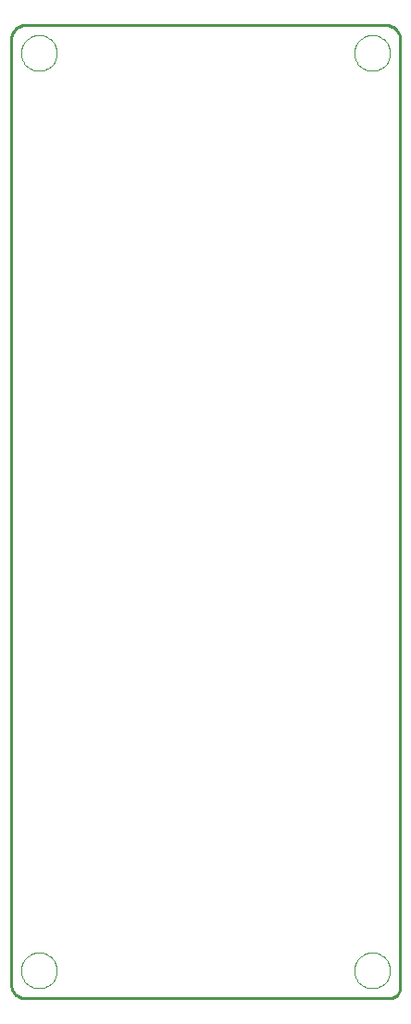
<source format=gko>
G75*
G70*
%OFA0B0*%
%FSLAX24Y24*%
%IPPOS*%
%LPD*%
%AMOC8*
5,1,8,0,0,1.08239X$1,22.5*
%
%ADD10C,0.0100*%
%ADD11C,0.0000*%
D10*
X000150Y000650D02*
X000150Y034650D01*
X000152Y034694D01*
X000158Y034737D01*
X000167Y034779D01*
X000180Y034821D01*
X000197Y034861D01*
X000217Y034900D01*
X000240Y034937D01*
X000267Y034971D01*
X000296Y035004D01*
X000329Y035033D01*
X000363Y035060D01*
X000400Y035083D01*
X000439Y035103D01*
X000479Y035120D01*
X000521Y035133D01*
X000563Y035142D01*
X000606Y035148D01*
X000650Y035150D01*
X013650Y035150D01*
X013694Y035148D01*
X013737Y035142D01*
X013779Y035133D01*
X013821Y035120D01*
X013861Y035103D01*
X013900Y035083D01*
X013937Y035060D01*
X013971Y035033D01*
X014004Y035004D01*
X014033Y034971D01*
X014060Y034937D01*
X014083Y034900D01*
X014103Y034861D01*
X014120Y034821D01*
X014133Y034779D01*
X014142Y034737D01*
X014148Y034694D01*
X014150Y034650D01*
X014150Y000525D01*
X014148Y000488D01*
X014143Y000452D01*
X014134Y000416D01*
X014121Y000381D01*
X014106Y000348D01*
X014087Y000317D01*
X014065Y000287D01*
X014040Y000260D01*
X014013Y000235D01*
X013983Y000213D01*
X013952Y000194D01*
X013919Y000179D01*
X013884Y000166D01*
X013848Y000157D01*
X013812Y000152D01*
X013775Y000150D01*
X000650Y000150D01*
X000606Y000152D01*
X000563Y000158D01*
X000521Y000167D01*
X000479Y000180D01*
X000439Y000197D01*
X000400Y000217D01*
X000363Y000240D01*
X000329Y000267D01*
X000296Y000296D01*
X000267Y000329D01*
X000240Y000363D01*
X000217Y000400D01*
X000197Y000439D01*
X000180Y000479D01*
X000167Y000521D01*
X000158Y000563D01*
X000152Y000606D01*
X000150Y000650D01*
D11*
X000507Y001150D02*
X000509Y001200D01*
X000515Y001251D01*
X000525Y001300D01*
X000538Y001349D01*
X000556Y001396D01*
X000577Y001442D01*
X000602Y001486D01*
X000630Y001528D01*
X000661Y001568D01*
X000695Y001605D01*
X000732Y001639D01*
X000772Y001670D01*
X000814Y001698D01*
X000858Y001723D01*
X000904Y001744D01*
X000951Y001762D01*
X001000Y001775D01*
X001049Y001785D01*
X001100Y001791D01*
X001150Y001793D01*
X001200Y001791D01*
X001251Y001785D01*
X001300Y001775D01*
X001349Y001762D01*
X001396Y001744D01*
X001442Y001723D01*
X001486Y001698D01*
X001528Y001670D01*
X001568Y001639D01*
X001605Y001605D01*
X001639Y001568D01*
X001670Y001528D01*
X001698Y001486D01*
X001723Y001442D01*
X001744Y001396D01*
X001762Y001349D01*
X001775Y001300D01*
X001785Y001251D01*
X001791Y001200D01*
X001793Y001150D01*
X001791Y001100D01*
X001785Y001049D01*
X001775Y001000D01*
X001762Y000951D01*
X001744Y000904D01*
X001723Y000858D01*
X001698Y000814D01*
X001670Y000772D01*
X001639Y000732D01*
X001605Y000695D01*
X001568Y000661D01*
X001528Y000630D01*
X001486Y000602D01*
X001442Y000577D01*
X001396Y000556D01*
X001349Y000538D01*
X001300Y000525D01*
X001251Y000515D01*
X001200Y000509D01*
X001150Y000507D01*
X001100Y000509D01*
X001049Y000515D01*
X001000Y000525D01*
X000951Y000538D01*
X000904Y000556D01*
X000858Y000577D01*
X000814Y000602D01*
X000772Y000630D01*
X000732Y000661D01*
X000695Y000695D01*
X000661Y000732D01*
X000630Y000772D01*
X000602Y000814D01*
X000577Y000858D01*
X000556Y000904D01*
X000538Y000951D01*
X000525Y001000D01*
X000515Y001049D01*
X000509Y001100D01*
X000507Y001150D01*
X012507Y001150D02*
X012509Y001200D01*
X012515Y001251D01*
X012525Y001300D01*
X012538Y001349D01*
X012556Y001396D01*
X012577Y001442D01*
X012602Y001486D01*
X012630Y001528D01*
X012661Y001568D01*
X012695Y001605D01*
X012732Y001639D01*
X012772Y001670D01*
X012814Y001698D01*
X012858Y001723D01*
X012904Y001744D01*
X012951Y001762D01*
X013000Y001775D01*
X013049Y001785D01*
X013100Y001791D01*
X013150Y001793D01*
X013200Y001791D01*
X013251Y001785D01*
X013300Y001775D01*
X013349Y001762D01*
X013396Y001744D01*
X013442Y001723D01*
X013486Y001698D01*
X013528Y001670D01*
X013568Y001639D01*
X013605Y001605D01*
X013639Y001568D01*
X013670Y001528D01*
X013698Y001486D01*
X013723Y001442D01*
X013744Y001396D01*
X013762Y001349D01*
X013775Y001300D01*
X013785Y001251D01*
X013791Y001200D01*
X013793Y001150D01*
X013791Y001100D01*
X013785Y001049D01*
X013775Y001000D01*
X013762Y000951D01*
X013744Y000904D01*
X013723Y000858D01*
X013698Y000814D01*
X013670Y000772D01*
X013639Y000732D01*
X013605Y000695D01*
X013568Y000661D01*
X013528Y000630D01*
X013486Y000602D01*
X013442Y000577D01*
X013396Y000556D01*
X013349Y000538D01*
X013300Y000525D01*
X013251Y000515D01*
X013200Y000509D01*
X013150Y000507D01*
X013100Y000509D01*
X013049Y000515D01*
X013000Y000525D01*
X012951Y000538D01*
X012904Y000556D01*
X012858Y000577D01*
X012814Y000602D01*
X012772Y000630D01*
X012732Y000661D01*
X012695Y000695D01*
X012661Y000732D01*
X012630Y000772D01*
X012602Y000814D01*
X012577Y000858D01*
X012556Y000904D01*
X012538Y000951D01*
X012525Y001000D01*
X012515Y001049D01*
X012509Y001100D01*
X012507Y001150D01*
X012507Y034150D02*
X012509Y034200D01*
X012515Y034251D01*
X012525Y034300D01*
X012538Y034349D01*
X012556Y034396D01*
X012577Y034442D01*
X012602Y034486D01*
X012630Y034528D01*
X012661Y034568D01*
X012695Y034605D01*
X012732Y034639D01*
X012772Y034670D01*
X012814Y034698D01*
X012858Y034723D01*
X012904Y034744D01*
X012951Y034762D01*
X013000Y034775D01*
X013049Y034785D01*
X013100Y034791D01*
X013150Y034793D01*
X013200Y034791D01*
X013251Y034785D01*
X013300Y034775D01*
X013349Y034762D01*
X013396Y034744D01*
X013442Y034723D01*
X013486Y034698D01*
X013528Y034670D01*
X013568Y034639D01*
X013605Y034605D01*
X013639Y034568D01*
X013670Y034528D01*
X013698Y034486D01*
X013723Y034442D01*
X013744Y034396D01*
X013762Y034349D01*
X013775Y034300D01*
X013785Y034251D01*
X013791Y034200D01*
X013793Y034150D01*
X013791Y034100D01*
X013785Y034049D01*
X013775Y034000D01*
X013762Y033951D01*
X013744Y033904D01*
X013723Y033858D01*
X013698Y033814D01*
X013670Y033772D01*
X013639Y033732D01*
X013605Y033695D01*
X013568Y033661D01*
X013528Y033630D01*
X013486Y033602D01*
X013442Y033577D01*
X013396Y033556D01*
X013349Y033538D01*
X013300Y033525D01*
X013251Y033515D01*
X013200Y033509D01*
X013150Y033507D01*
X013100Y033509D01*
X013049Y033515D01*
X013000Y033525D01*
X012951Y033538D01*
X012904Y033556D01*
X012858Y033577D01*
X012814Y033602D01*
X012772Y033630D01*
X012732Y033661D01*
X012695Y033695D01*
X012661Y033732D01*
X012630Y033772D01*
X012602Y033814D01*
X012577Y033858D01*
X012556Y033904D01*
X012538Y033951D01*
X012525Y034000D01*
X012515Y034049D01*
X012509Y034100D01*
X012507Y034150D01*
X000507Y034150D02*
X000509Y034200D01*
X000515Y034251D01*
X000525Y034300D01*
X000538Y034349D01*
X000556Y034396D01*
X000577Y034442D01*
X000602Y034486D01*
X000630Y034528D01*
X000661Y034568D01*
X000695Y034605D01*
X000732Y034639D01*
X000772Y034670D01*
X000814Y034698D01*
X000858Y034723D01*
X000904Y034744D01*
X000951Y034762D01*
X001000Y034775D01*
X001049Y034785D01*
X001100Y034791D01*
X001150Y034793D01*
X001200Y034791D01*
X001251Y034785D01*
X001300Y034775D01*
X001349Y034762D01*
X001396Y034744D01*
X001442Y034723D01*
X001486Y034698D01*
X001528Y034670D01*
X001568Y034639D01*
X001605Y034605D01*
X001639Y034568D01*
X001670Y034528D01*
X001698Y034486D01*
X001723Y034442D01*
X001744Y034396D01*
X001762Y034349D01*
X001775Y034300D01*
X001785Y034251D01*
X001791Y034200D01*
X001793Y034150D01*
X001791Y034100D01*
X001785Y034049D01*
X001775Y034000D01*
X001762Y033951D01*
X001744Y033904D01*
X001723Y033858D01*
X001698Y033814D01*
X001670Y033772D01*
X001639Y033732D01*
X001605Y033695D01*
X001568Y033661D01*
X001528Y033630D01*
X001486Y033602D01*
X001442Y033577D01*
X001396Y033556D01*
X001349Y033538D01*
X001300Y033525D01*
X001251Y033515D01*
X001200Y033509D01*
X001150Y033507D01*
X001100Y033509D01*
X001049Y033515D01*
X001000Y033525D01*
X000951Y033538D01*
X000904Y033556D01*
X000858Y033577D01*
X000814Y033602D01*
X000772Y033630D01*
X000732Y033661D01*
X000695Y033695D01*
X000661Y033732D01*
X000630Y033772D01*
X000602Y033814D01*
X000577Y033858D01*
X000556Y033904D01*
X000538Y033951D01*
X000525Y034000D01*
X000515Y034049D01*
X000509Y034100D01*
X000507Y034150D01*
M02*

</source>
